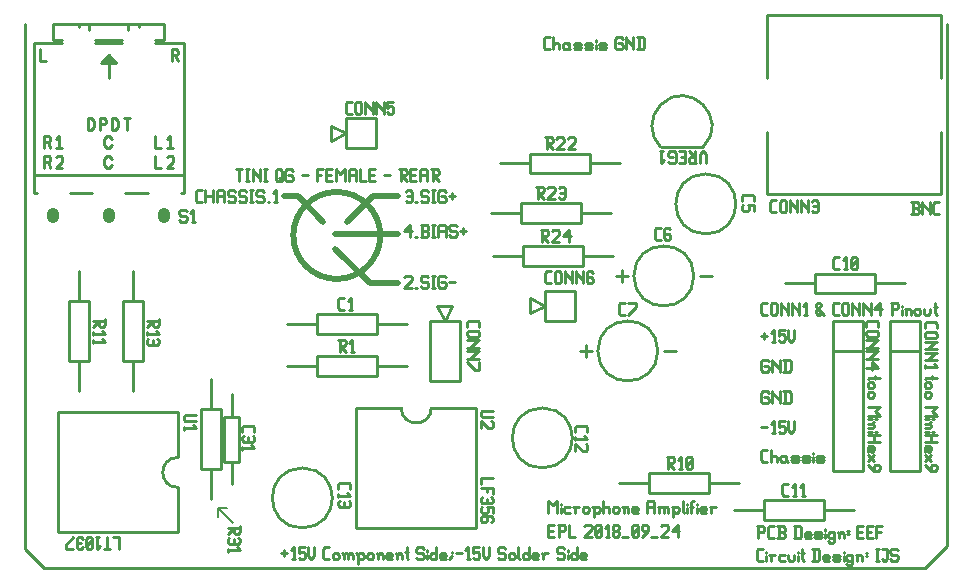
<source format=gto>
G04 start of page 2 for group 1 layer_idx 4 *
G04 Title: (unknown), top_silk *
G04 Creator: pcb-rnd 2.2.0 *
G04 CreationDate: 2020-02-24 19:44:40 UTC *
G04 For:  *
G04 Format: Gerber/RS-274X *
G04 PCB-Dimensions: 316500 593500 *
G04 PCB-Coordinate-Origin: lower left *
%MOIN*%
%FSLAX25Y25*%
%LNTOP_SILK_NONE_1*%
%ADD56C,0.0200*%
%ADD55C,0.0060*%
%ADD54C,0.0400*%
%ADD53C,0.0100*%
%ADD52C,0.0110*%
G54D52*X4000Y587500D02*Y412500D01*
G54D53*X7000Y581000D02*Y531000D01*
X15000Y458000D02*Y418000D01*
X40000Y505000D02*Y495000D01*
X36700D02*Y475000D01*
Y495000D02*X43300D01*
X22000Y505000D02*Y495000D01*
X25300D02*Y475000D01*
X40000D02*Y465000D01*
X43300Y495000D02*Y475000D01*
X36700D02*X43300D01*
X22000D02*Y465000D01*
X15000Y458000D02*X55000D01*
X15000Y418000D02*X55000D01*
Y458000D02*Y443000D01*
Y433000D02*Y418000D01*
X18700Y475000D02*X25300D01*
X18700Y495000D02*Y475000D01*
Y495000D02*X25300D01*
G54D54*X50500Y524000D02*Y523000D01*
X13500Y524000D02*Y523000D01*
X32000Y524000D02*Y523000D01*
G54D53*X57000Y531000D02*Y581000D01*
X25500Y585500D02*Y587500D01*
X22000Y586500D02*Y587500D01*
X7000Y581000D02*X16500D01*
Y582000D02*X13500D01*
Y587500D01*
X42000Y586500D02*Y587500D01*
X27500Y581000D02*X36500D01*
Y582000D02*X27500D01*
X38500Y585500D02*Y587500D01*
X57000Y581000D02*X47500D01*
X50500Y587500D02*Y582000D01*
X47500D01*
X13500Y587500D02*X50500D01*
X32000Y577000D02*Y569500D01*
X9000Y579000D02*Y575000D01*
X11000D01*
X25000Y556000D02*Y552000D01*
X27000Y555000D02*X26000Y556000D01*
X25000D01*
Y552000D02*X26000D01*
X27000Y553000D01*
Y555000D01*
X12000Y550000D02*X12500Y549500D01*
Y548500D01*
X12000Y548000D01*
Y547500D02*X12500Y546000D01*
X10500Y550000D02*Y546000D01*
Y550000D02*X12000D01*
X14500Y546000D02*X16500D01*
X15500D02*Y550000D01*
X14500Y549000D01*
X12000Y548000D02*X11000D01*
X10500Y543500D02*X12000D01*
X12500Y543000D01*
Y542000D01*
X16500Y543000D02*Y541500D01*
X14500Y543000D02*X15000Y543500D01*
X16000D02*X16500Y543000D01*
X15000Y543500D02*X16000D01*
X12500Y542000D02*X12000Y541500D01*
X11000D01*
X12000Y541000D02*X12500Y539500D01*
X10500Y543500D02*Y539500D01*
X14500D02*X16500D01*
Y541500D02*X14500Y539500D01*
X29000Y552000D02*Y556000D01*
X30500D01*
X31000Y555500D01*
X35000Y555000D02*X34000Y556000D01*
X33000D01*
Y552000D01*
X34000D01*
X35000Y553000D01*
Y555000D01*
X37000Y556000D02*X39000D01*
X38000D02*Y552000D01*
X30500Y549000D02*Y547000D01*
X31500Y546000D01*
X32000D02*X33000Y547000D01*
X31500Y546000D02*X32000D01*
X31500Y550000D02*X30500Y549000D01*
X32000Y550000D02*X31500D01*
X33000Y549000D02*X32000Y550000D01*
X52000Y543500D02*X53000D01*
X51500Y543000D02*X52000Y543500D01*
X53000D02*X53500Y543000D01*
Y541500D01*
X47500Y539500D02*X49500D01*
X53500Y541500D02*X51500Y539500D01*
X53500D01*
X47500Y543500D02*Y539500D01*
X30500Y542500D02*Y540500D01*
X31500Y539500D01*
X32000D02*X33000Y540500D01*
X31500Y539500D02*X32000D01*
X33000Y542500D02*X32000Y543500D01*
X31500D02*X30500Y542500D01*
X32000Y543500D02*X31500D01*
X47500Y550000D02*Y546000D01*
X49500D01*
X51500D02*X53500D01*
X52500D02*Y550000D01*
X51500Y549000D01*
X31000Y555500D02*Y554500D01*
X30500Y554000D01*
X29500D01*
X32000Y577000D02*X29500Y574500D01*
X34500D02*X32000Y577000D01*
Y576000D02*X33500Y574500D01*
X30500D02*X32000Y576000D01*
X53000Y579000D02*Y575000D01*
Y579000D02*X54500D01*
Y576500D02*X55000Y575000D01*
X54500Y579000D02*X55000Y578500D01*
Y577500D01*
X54500Y577000D01*
X53500D01*
X29500Y574500D02*X34500D01*
X8000Y531000D02*X7000D01*
X57000D02*X56000D01*
X19000D02*X26500D01*
X37500D02*X45000D01*
X7000Y537000D02*X57000D01*
X70500Y456500D02*Y441500D01*
X73000D02*Y434000D01*
Y464000D02*Y456500D01*
X66000Y469000D02*Y459000D01*
X69300D02*Y439000D01*
G54D52*X4000Y412500D02*X10500Y406000D01*
G54D55*X73450Y421050D02*X68500Y426000D01*
X71328D01*
G54D53*X66000Y439000D02*Y429000D01*
X69300Y439000D02*X62700D01*
Y459000D02*Y439000D01*
X69300Y459000D02*X62700D01*
G54D56*X103500Y521500D02*X95000Y530000D01*
X90500D01*
G54D53*X169500Y524500D02*X159500D01*
X199500D02*X189500D01*
Y527800D02*X169500D01*
X189500D02*Y521200D01*
X169500D01*
Y527800D02*Y521200D01*
X205000Y503500D02*X201000D01*
X177500Y498500D02*X187500D01*
X203000Y505500D02*Y501500D01*
X233000Y503500D02*X229000D01*
X170000Y510200D02*X160000D01*
X200000D02*X190000D01*
Y513500D02*X170000D01*
X190000D02*Y506900D01*
X170000D01*
Y513500D02*Y506900D01*
G54D56*X120000Y530000D02*X128500D01*
G54D53*X111000Y556000D02*Y546000D01*
Y556000D02*X121000D01*
Y546000D02*X111000D01*
X121000D02*Y556000D01*
G54D56*X107500Y517500D02*X128500D01*
X111500Y521500D02*X120000Y530000D01*
X107500Y512500D02*X119000Y501000D01*
X128500D01*
G54D53*X111000Y551000D02*X106000Y553500D01*
X111000Y551000D02*X106000Y548500D01*
Y553500D02*Y548500D01*
X101500Y473500D02*X91500D01*
X131500D02*X121500D01*
Y476800D02*X101500D01*
X121500Y470200D02*Y476800D01*
Y470200D02*X101500D01*
Y476800D01*
X114500Y459500D02*X129500D01*
X139500D02*X154500D01*
X149000Y488500D02*Y468500D01*
X139000D02*Y488500D01*
Y468500D02*X149000D01*
X177500Y498500D02*Y488500D01*
X101500Y487500D02*X91500D01*
X131500D02*X121500D01*
Y490800D02*X101500D01*
X121500Y484200D02*Y490800D01*
Y484200D02*X101500D01*
Y490800D01*
X187500Y488500D02*X177500D01*
X149000D02*X139000D01*
X187500D02*Y498500D01*
X177500Y493500D02*X172500Y496000D01*
X177500Y493500D02*X172500Y491000D01*
Y496000D02*Y491000D01*
X144000Y488500D02*X146500Y493500D01*
X144000Y488500D02*X141500Y493500D01*
X146500D02*X141500D01*
X162500Y541000D02*X172500D01*
Y544300D02*X192500D01*
Y537700D01*
X172500D01*
Y544300D01*
X216000Y546500D02*X230000D01*
X192500Y541000D02*X202500D01*
X251500Y530650D02*X309500D01*
X251500D02*Y551500D01*
X257500Y501000D02*X267500D01*
X302500Y478500D02*Y488500D01*
X292500D01*
X283500Y478500D02*Y488500D01*
X273500D01*
X302500Y438500D02*Y488500D01*
X292500Y438500D02*X302500D01*
X292500Y488500D02*Y438500D01*
X283500D02*Y488500D01*
X273500Y438500D02*X283500D01*
X273500Y488500D02*Y438500D01*
X287500Y501000D02*X297500D01*
X267500Y504300D02*X287500D01*
Y497700D01*
X267500D01*
Y504300D01*
X212000Y437800D02*Y431200D01*
X232000D01*
Y437800D02*Y431200D01*
X212000Y437800D02*X232000D01*
Y434500D02*X242000D01*
X202000D02*X212000D01*
X292500Y478500D02*X302500D01*
X273500D02*X283500D01*
X193000D02*X189000D01*
X191000Y480500D02*Y476500D01*
X221000Y478500D02*X217000D01*
X240500Y425500D02*X250500D01*
Y422200D02*X270500D01*
X250500Y428800D02*Y422200D01*
X270500Y425500D02*X280500D01*
X270500Y428800D02*Y422200D01*
X250500Y428800D02*X270500D01*
G54D55*X68500Y426000D02*Y423172D01*
G54D53*X75500Y456500D02*X70500D01*
X75500Y441500D02*X70500D01*
X75500Y456500D02*Y441500D01*
X114500Y459500D02*Y419500D01*
X154500D01*
Y459500D01*
G54D52*X10500Y406000D02*X304000D01*
X311500Y413500D01*
Y587500D01*
G54D53*X309500Y530650D02*Y551500D01*
Y590350D02*X251500D01*
Y569500D01*
X309500Y590350D02*Y569500D01*
Y589516D03*
G54D56*X122500Y517000D02*G75*G03X108000Y531500I-14500J0D01*G01*
Y502500D02*G75*G03X122500Y517000I0J14500D01*G01*
X93500D02*G75*G02X108000Y531500I14500J0D01*G01*
Y502500D02*G75*G02X93500Y517000I0J14500D01*G01*
G54D53*X129500Y459500D02*G75*G03X139500Y459500I5000J0D01*G01*
X230071Y546429D02*G75*G03X215929Y560571I-7071J7071D01*G01*
X215929Y560571D02*G75*G03X215929Y546429I7071J-7071D01*G01*
X195000Y478500D02*G75*G03X215000Y478500I10000J0D01*G01*
G75*G03X195000Y478500I-10000J0D01*G01*
X207000Y503500D02*G75*G03X227000Y503500I10000J0D01*G01*
G75*G03X207000Y503500I-10000J0D01*G01*
X231000Y537500D02*G75*G03X231000Y517500I0J-10000D01*G01*
G75*G03X231000Y537500I0J10000D01*G01*
X176500Y459500D02*G75*G03X176500Y439500I0J-10000D01*G01*
G75*G03X176500Y459500I0J10000D01*G01*
X96500Y439500D02*G75*G03X96500Y419500I0J-10000D01*G01*
G75*G03X96500Y439500I0J10000D01*G01*
X55000Y443000D02*G75*G03X55000Y433000I0J-5000D01*G01*
X35500Y412490D02*Y416450D01*
X33520D01*
X32332Y412490D02*X30352D01*
X31342D02*Y416450D01*
X28669D02*X27679D01*
X28174Y412490D02*Y416450D01*
X29164Y413480D02*X28174Y412490D01*
X26491Y415955D02*X25996Y416450D01*
X26491Y412985D02*Y415955D01*
Y412985D02*X25996Y412490D01*
X25006D01*
X24511Y412985D01*
Y415955D01*
X25006Y416450D02*X24511Y415955D01*
X25996Y416450D02*X25006D01*
X26491Y415460D02*X24511Y413480D01*
X23323Y412985D02*X22828Y412490D01*
X21838D01*
X21343Y412985D01*
Y415955D01*
X21838Y416450D02*X21343Y415955D01*
X22828Y416450D02*X21838D01*
X23323Y415955D02*X22828Y416450D01*
Y414470D02*X21343D01*
X20155Y416450D02*X17680Y413975D01*
Y412490D02*Y413975D01*
X20155Y412490D02*X17680D01*
X48700Y489000D02*Y487000D01*
X48200Y486500D01*
X47200D01*
X46700Y487000D02*X47200Y486500D01*
X46700Y488500D02*Y487000D01*
X48700Y488500D02*X44700D01*
X46700D02*X44700Y486500D01*
Y484800D02*Y483800D01*
X48700Y484300D02*X44700D01*
X47700Y485300D02*X48700Y484300D01*
X48200Y482600D02*X48700Y482100D01*
Y481100D01*
X48200Y480600D01*
X45200D01*
X44700Y481100D02*X45200Y480600D01*
X44700Y482100D02*Y481100D01*
X45200Y482600D02*X44700Y482100D01*
X46700D02*Y480600D01*
X30700Y489000D02*Y487000D01*
X30200Y486500D01*
X29200D01*
X28700Y487000D02*X29200Y486500D01*
X28700Y488500D02*Y487000D01*
X30700Y488500D02*X26700D01*
X28700D02*X26700Y486500D01*
Y484800D02*Y483800D01*
X30700Y484300D02*X26700D01*
X29700Y485300D02*X30700Y484300D01*
X26700Y482100D02*Y481100D01*
X30700Y481600D02*X26700D01*
X29700Y482600D02*X30700Y481600D01*
X61000Y457000D02*X57500D01*
X57000Y456500D01*
Y455500D01*
X57500Y455000D01*
X61000D02*X57500D01*
X57000Y453300D02*Y452300D01*
X61000Y452800D02*X57000D01*
X60000Y453800D02*X61000Y452800D01*
X76500Y453000D02*Y451500D01*
X77000Y453500D02*X76500Y453000D01*
X80000Y453500D02*X77000D01*
X80000D02*X80500Y453000D01*
Y451500D01*
X80000Y450300D02*X80500Y449800D01*
Y448800D01*
X80000Y448300D01*
X77000D01*
X76500Y448800D02*X77000Y448300D01*
X76500Y449800D02*Y448800D01*
X77000Y450300D02*X76500Y449800D01*
X78500D02*Y448300D01*
X76500Y446600D02*Y445600D01*
X80500Y446100D02*X76500D01*
X79500Y447100D02*X80500Y446100D01*
X75700Y420000D02*Y418000D01*
X75200Y417500D01*
X74200D01*
X73700Y418000D02*X74200Y417500D01*
X73700Y419500D02*Y418000D01*
X75700Y419500D02*X71700D01*
X73700D02*X71700Y417500D01*
X75200Y416300D02*X75700Y415800D01*
Y414800D01*
X75200Y414300D01*
X72200D01*
X71700Y414800D02*X72200Y414300D01*
X71700Y415800D02*Y414800D01*
X72200Y416300D02*X71700Y415800D01*
X73700D02*Y414300D01*
X71700Y412600D02*Y411600D01*
X75700Y412100D02*X71700D01*
X74700Y413100D02*X75700Y412100D01*
X160010Y436000D02*X156050D01*
Y434020D01*
X160010Y432832D02*X156050D01*
X160010D02*Y430852D01*
X158030Y432832D02*Y431347D01*
X159515Y429664D02*X160010Y429169D01*
Y428179D01*
X159515Y427684D01*
X156545D01*
X156050Y428179D02*X156545Y427684D01*
X156050Y429169D02*Y428179D01*
X156545Y429664D02*X156050Y429169D01*
X158030D02*Y427684D01*
X160010Y426496D02*Y424516D01*
Y426496D02*X158030D01*
X158525Y426001D01*
Y425011D01*
X158030Y424516D01*
X156545D01*
X156050Y425011D02*X156545Y424516D01*
X156050Y426001D02*Y425011D01*
X156545Y426496D02*X156050Y426001D01*
X160010Y421843D02*X159515Y421348D01*
X160010Y422833D02*Y421843D01*
X159515Y423328D02*X160010Y422833D01*
X159515Y423328D02*X156545D01*
X156050Y422833D01*
X158030Y421843D02*X157535Y421348D01*
X158030Y423328D02*Y421843D01*
X156050Y422833D02*Y421843D01*
X156545Y421348D01*
X157535D02*X156545D01*
X151500Y488000D02*Y486500D01*
X152000Y488500D02*X151500Y488000D01*
X155000Y488500D02*X152000D01*
X155000D02*X155500Y488000D01*
Y486500D01*
X155000Y485300D02*X152000D01*
X155000D02*X155500Y484800D01*
Y483800D01*
X155000Y483300D01*
X152000D01*
X151500Y483800D02*X152000Y483300D01*
X151500Y484800D02*Y483800D01*
X152000Y485300D02*X151500Y484800D01*
X155500Y482100D02*X151500D01*
X155500D02*X155000D01*
X152500Y479600D01*
X155500D02*X151500D01*
X155500Y478400D02*X151500D01*
X155500D02*X155000D01*
X152500Y475900D01*
X155500D02*X151500D01*
Y474700D02*X154000Y472200D01*
X155500D02*X154000D01*
X155500Y474700D02*Y472200D01*
X250000Y490500D02*X251500D01*
X249500Y491000D02*X250000Y490500D01*
X249500Y494000D02*Y491000D01*
Y494000D02*X250000Y494500D01*
X251500D01*
X252700Y494000D02*Y491000D01*
Y494000D02*X253200Y494500D01*
X254200D01*
X254700Y494000D01*
Y491000D01*
X254200Y490500D02*X254700Y491000D01*
X253200Y490500D02*X254200D01*
X252700Y491000D02*X253200Y490500D01*
X255900Y494500D02*Y490500D01*
Y494500D02*Y494000D01*
X258400Y491500D01*
Y494500D02*Y490500D01*
X259600Y494500D02*Y490500D01*
Y494500D02*Y494000D01*
X262100Y491500D01*
Y494500D02*Y490500D01*
X263800D02*X264800D01*
X264300Y494500D02*Y490500D01*
X263300Y493500D02*X264300Y494500D01*
X267800Y491000D02*X268300Y490500D01*
X267800Y494000D02*Y493000D01*
Y494000D02*X268300Y494500D01*
X267800Y492000D02*X269300Y493500D01*
X268300Y490500D02*X268800D01*
X269800Y491500D01*
X267800Y493000D02*X270300Y490500D01*
X268300Y494500D02*X268800D01*
X269300Y494000D01*
Y493500D01*
X267800Y492000D02*Y491000D01*
X273800Y490500D02*X275300D01*
X273300Y491000D02*X273800Y490500D01*
X273300Y494000D02*Y491000D01*
Y494000D02*X273800Y494500D01*
X275300D01*
X276500Y494000D02*Y491000D01*
Y494000D02*X277000Y494500D01*
X278000D01*
X278500Y494000D01*
Y491000D01*
X278000Y490500D02*X278500Y491000D01*
X277000Y490500D02*X278000D01*
X276500Y491000D02*X277000Y490500D01*
X279700Y494500D02*Y490500D01*
Y494500D02*Y494000D01*
X282200Y491500D01*
Y494500D02*Y490500D01*
X283400Y494500D02*Y490500D01*
Y494500D02*Y494000D01*
X285900Y491500D01*
Y494500D02*Y490500D01*
X287100Y492500D02*X289100Y494500D01*
X287100Y492500D02*X289600D01*
X289100Y494500D02*Y490500D01*
X293100Y494500D02*Y490500D01*
X292600Y494500D02*X294600D01*
X295100Y494000D01*
Y493000D01*
X294600Y492500D02*X295100Y493000D01*
X293100Y492500D02*X294600D01*
X296300Y493500D02*Y493000D01*
Y492000D02*Y490500D01*
X297800Y492000D02*Y490500D01*
Y492000D02*X298300Y492500D01*
X298800D01*
X299300Y492000D01*
Y490500D01*
X297300Y492500D02*X297800Y492000D01*
X300500D02*Y491000D01*
Y492000D02*X301000Y492500D01*
X302000D01*
X302500Y492000D01*
Y491000D01*
X302000Y490500D02*X302500Y491000D01*
X301000Y490500D02*X302000D01*
X300500Y491000D02*X301000Y490500D01*
X303700Y492500D02*Y491000D01*
X304200Y490500D01*
X305200D01*
X305700Y491000D01*
Y492500D02*Y491000D01*
X307400Y494500D02*Y491000D01*
X307900Y490500D01*
X306900Y493000D02*X307900D01*
X249500Y483530D02*X251480D01*
X250490Y484520D02*Y482540D01*
X253163Y481550D02*X254153D01*
X253658Y485510D02*Y481550D01*
X252668Y484520D02*X253658Y485510D01*
X255341D02*X257321D01*
X255341D02*Y483530D01*
X255836Y484025D01*
X256826D01*
X257321Y483530D01*
Y482045D01*
X256826Y481550D02*X257321Y482045D01*
X255836Y481550D02*X256826D01*
X255341Y482045D02*X255836Y481550D01*
X258509Y485510D02*Y482540D01*
X259499Y481550D01*
X260489Y482540D01*
Y485510D02*Y482540D01*
X251480Y475510D02*X251975Y475015D01*
X249995Y475510D02*X251480D01*
X249500Y475015D02*X249995Y475510D01*
X249500Y475015D02*Y472045D01*
X249995Y471550D01*
X251480D01*
X251975Y472045D01*
Y473035D02*Y472045D01*
X251480Y473530D02*X251975Y473035D01*
X250490Y473530D02*X251480D01*
X253163Y475510D02*Y471550D01*
Y475510D02*Y475015D01*
X255638Y472540D01*
Y475510D02*Y471550D01*
X257321Y475510D02*Y471550D01*
X258806Y475510D02*X259301Y475015D01*
Y472045D01*
X258806Y471550D02*X259301Y472045D01*
X256826Y471550D02*X258806D01*
X256826Y475510D02*X258806D01*
X251480Y465010D02*X251975Y464515D01*
X249995Y465010D02*X251480D01*
X249500Y464515D02*X249995Y465010D01*
X249500Y464515D02*Y461545D01*
X249995Y461050D01*
X251480D01*
X251975Y461545D01*
Y462535D02*Y461545D01*
X251480Y463030D02*X251975Y462535D01*
X250490Y463030D02*X251480D01*
X253163Y465010D02*Y461050D01*
Y465010D02*Y464515D01*
X255638Y462040D01*
Y465010D02*Y461050D01*
X257321Y465010D02*Y461050D01*
X258806Y465010D02*X259301Y464515D01*
Y461545D01*
X258806Y461050D02*X259301Y461545D01*
X256826Y461050D02*X258806D01*
X256826Y465010D02*X258806D01*
X284500Y488000D02*Y486500D01*
X285000Y488500D02*X284500Y488000D01*
X288000Y488500D02*X285000D01*
X288000D02*X288500Y488000D01*
Y486500D01*
X288000Y485300D02*X285000D01*
X288000D02*X288500Y484800D01*
Y483800D01*
X288000Y483300D01*
X285000D01*
X284500Y483800D02*X285000Y483300D01*
X284500Y484800D02*Y483800D01*
X285000Y485300D02*X284500Y484800D01*
X288500Y482100D02*X284500D01*
X288500D02*X288000D01*
X285500Y479600D01*
X288500D02*X284500D01*
X288500Y478400D02*X284500D01*
X288500D02*X288000D01*
X285500Y475900D01*
X288500D02*X284500D01*
X286500Y474700D02*X288500Y472700D01*
X286500Y474700D02*Y472200D01*
X288500Y472700D02*X284500D01*
X299500Y524050D02*X301480D01*
X301975Y524545D01*
Y525535D02*Y524545D01*
X301480Y526030D02*X301975Y525535D01*
X299995Y526030D02*X301480D01*
X299995Y528010D02*Y524050D01*
X299500Y528010D02*X301480D01*
X301975Y527515D01*
Y526525D01*
X301480Y526030D02*X301975Y526525D01*
X303163Y528010D02*Y524050D01*
Y528010D02*Y527515D01*
X305638Y525040D01*
Y528010D02*Y524050D01*
X307321D02*X308806D01*
X306826Y524545D02*X307321Y524050D01*
X306826Y527515D02*Y524545D01*
Y527515D02*X307321Y528010D01*
X308806D01*
X308010Y469505D02*X304545D01*
X304050Y469010D01*
X306525Y470000D02*Y469010D01*
X305535Y468020D02*X304545D01*
X305535D02*X306030Y467525D01*
Y466535D01*
X305535Y466040D01*
X304545D01*
X304050Y466535D02*X304545Y466040D01*
X304050Y467525D02*Y466535D01*
X304545Y468020D02*X304050Y467525D01*
X305535Y464852D02*X304545D01*
X305535D02*X306030Y464357D01*
Y463367D01*
X305535Y462872D01*
X304545D01*
X304050Y463367D02*X304545Y462872D01*
X304050Y464357D02*Y463367D01*
X304545Y464852D02*X304050Y464357D01*
X308010Y459902D02*X304050D01*
X308010D02*X306525Y458417D01*
X308010Y456932D01*
X304050D01*
X307020Y455744D02*X306525D01*
X305535D02*X304050D01*
X305535Y454259D02*X304050D01*
X305535D02*X306030Y453764D01*
Y453269D01*
X305535Y452774D01*
X304050D01*
X306030Y454754D02*X305535Y454259D01*
X307020Y451586D02*X306525D01*
X305535D02*X304050D01*
X308010Y450596D02*X304050D01*
X308010Y448121D02*X304050D01*
X306030Y450596D02*Y448121D01*
X304050Y446438D02*Y444953D01*
X304545Y446933D02*X304050Y446438D01*
X305535Y446933D02*X304545D01*
X305535D02*X306030Y446438D01*
Y445448D01*
X305535Y444953D01*
X305040Y446933D02*Y444953D01*
X305535D01*
X306030Y443765D02*X304050Y441785D01*
Y443765D02*X306030Y441785D01*
X304050Y440597D02*X306030Y438617D01*
X307515D02*X306030D01*
X308010Y439112D02*X307515Y438617D01*
X308010Y440102D02*Y439112D01*
X307515Y440597D02*X308010Y440102D01*
X307515Y440597D02*X306525D01*
X306030Y440102D01*
Y438617D01*
X289010Y469505D02*X285545D01*
X285050Y469010D01*
X287525Y470000D02*Y469010D01*
X286535Y468020D02*X285545D01*
X286535D02*X287030Y467525D01*
Y466535D01*
X286535Y466040D01*
X285545D01*
X285050Y466535D02*X285545Y466040D01*
X285050Y467525D02*Y466535D01*
X285545Y468020D02*X285050Y467525D01*
X286535Y464852D02*X285545D01*
X286535D02*X287030Y464357D01*
Y463367D01*
X286535Y462872D01*
X285545D01*
X285050Y463367D02*X285545Y462872D01*
X285050Y464357D02*Y463367D01*
X285545Y464852D02*X285050Y464357D01*
X289010Y459902D02*X285050D01*
X289010D02*X287525Y458417D01*
X289010Y456932D01*
X285050D01*
X288020Y455744D02*X287525D01*
X286535D02*X285050D01*
X286535Y454259D02*X285050D01*
X286535D02*X287030Y453764D01*
Y453269D01*
X286535Y452774D01*
X285050D01*
X287030Y454754D02*X286535Y454259D01*
X288020Y451586D02*X287525D01*
X286535D02*X285050D01*
X289010Y450596D02*X285050D01*
X289010Y448121D02*X285050D01*
X287030Y450596D02*Y448121D01*
X285050Y446438D02*Y444953D01*
X285545Y446933D02*X285050Y446438D01*
X286535Y446933D02*X285545D01*
X286535D02*X287030Y446438D01*
Y445448D01*
X286535Y444953D01*
X286040Y446933D02*Y444953D01*
X286535D01*
X287030Y443765D02*X285050Y441785D01*
Y443765D02*X287030Y441785D01*
X285050Y440597D02*X287030Y438617D01*
X288515D02*X287030D01*
X289010Y439112D02*X288515Y438617D01*
X289010Y440102D02*Y439112D01*
X288515Y440597D02*X289010Y440102D01*
X288515Y440597D02*X287525D01*
X287030Y440102D01*
Y438617D01*
X304000Y487500D02*Y486000D01*
X304500Y488000D02*X304000Y487500D01*
X307500Y488000D02*X304500D01*
X307500D02*X308000Y487500D01*
Y486000D01*
X307500Y484800D02*X304500D01*
X307500D02*X308000Y484300D01*
Y483300D01*
X307500Y482800D01*
X304500D01*
X304000Y483300D02*X304500Y482800D01*
X304000Y484300D02*Y483300D01*
X304500Y484800D02*X304000Y484300D01*
X308000Y481600D02*X304000D01*
X308000D02*X307500D01*
X305000Y479100D01*
X308000D02*X304000D01*
X308000Y477900D02*X304000D01*
X308000D02*X307500D01*
X305000Y475400D01*
X308000D02*X304000D01*
Y473700D02*Y472700D01*
X308000Y473200D02*X304000D01*
X307000Y474200D02*X308000Y473200D01*
X249995Y441550D02*X251480D01*
X249500Y442045D02*X249995Y441550D01*
X249500Y445015D02*Y442045D01*
Y445015D02*X249995Y445510D01*
X251480D01*
X252668D02*Y441550D01*
Y443035D02*X253163Y443530D01*
X254153D01*
X254648Y443035D01*
Y441550D01*
X257321Y443530D02*X257816Y443035D01*
X256331Y443530D02*X257321D01*
X255836Y443035D02*X256331Y443530D01*
X255836Y443035D02*Y442045D01*
X256331Y441550D01*
X257816Y443530D02*Y442045D01*
X258311Y441550D01*
X256331D02*X257321D01*
X257816Y442045D01*
X259994Y441550D02*X261479D01*
X261974Y442045D01*
X261479Y442540D02*X261974Y442045D01*
X259994Y442540D02*X261479D01*
X259499Y443035D02*X259994Y442540D01*
X259499Y443035D02*X259994Y443530D01*
X261479D01*
X261974Y443035D01*
X259499Y442045D02*X259994Y441550D01*
X263657D02*X265142D01*
X265637Y442045D01*
X265142Y442540D02*X265637Y442045D01*
X263657Y442540D02*X265142D01*
X263162Y443035D02*X263657Y442540D01*
X263162Y443035D02*X263657Y443530D01*
X265142D01*
X265637Y443035D01*
X263162Y442045D02*X263657Y441550D01*
X266825Y444520D02*Y444025D01*
Y443035D02*Y441550D01*
X268310D02*X269795D01*
X270290Y442045D01*
X269795Y442540D02*X270290Y442045D01*
X268310Y442540D02*X269795D01*
X267815Y443035D02*X268310Y442540D01*
X267815Y443035D02*X268310Y443530D01*
X269795D01*
X270290Y443035D01*
X267815Y442045D02*X268310Y441550D01*
X249500Y453030D02*X251480D01*
X253163Y451050D02*X254153D01*
X253658Y455010D02*Y451050D01*
X252668Y454020D02*X253658Y455010D01*
X255341D02*X257321D01*
X255341D02*Y453030D01*
X255836Y453525D01*
X256826D01*
X257321Y453030D01*
Y451545D01*
X256826Y451050D02*X257321Y451545D01*
X255836Y451050D02*X256826D01*
X255341Y451545D02*X255836Y451050D01*
X258509Y455010D02*Y452040D01*
X259499Y451050D01*
X260489Y452040D01*
Y455010D02*Y452040D01*
X274000Y505700D02*X275500D01*
X273500Y506200D02*X274000Y505700D01*
X273500Y509200D02*Y506200D01*
Y509200D02*X274000Y509700D01*
X275500D01*
X277200Y505700D02*X278200D01*
X277700Y509700D02*Y505700D01*
X276700Y508700D02*X277700Y509700D01*
X279400Y506200D02*X279900Y505700D01*
X279400Y509200D02*Y506200D01*
Y509200D02*X279900Y509700D01*
X280900D01*
X281400Y509200D01*
Y506200D01*
X280900Y505700D02*X281400Y506200D01*
X279900Y505700D02*X280900D01*
X279400Y506700D02*X281400Y508700D01*
X257000Y430200D02*X258500D01*
X256500Y430700D02*X257000Y430200D01*
X256500Y433700D02*Y430700D01*
Y433700D02*X257000Y434200D01*
X258500D01*
X260200Y430200D02*X261200D01*
X260700Y434200D02*Y430200D01*
X259700Y433200D02*X260700Y434200D01*
X262900Y430200D02*X263900D01*
X263400Y434200D02*Y430200D01*
X262400Y433200D02*X263400Y434200D01*
X178500Y428510D02*Y424550D01*
Y428510D02*X179985Y427025D01*
X181470Y428510D01*
Y424550D01*
X182658Y427520D02*Y427025D01*
Y426035D02*Y424550D01*
X184143Y426530D02*X185628D01*
X183648Y426035D02*X184143Y426530D01*
X183648Y426035D02*Y425045D01*
X184143Y424550D01*
X185628D01*
X187311Y426035D02*Y424550D01*
Y426035D02*X187806Y426530D01*
X188796D01*
X186816D02*X187311Y426035D01*
X189984D02*Y425045D01*
Y426035D02*X190479Y426530D01*
X191469D01*
X191964Y426035D01*
Y425045D01*
X191469Y424550D02*X191964Y425045D01*
X190479Y424550D02*X191469D01*
X189984Y425045D02*X190479Y424550D01*
X193647Y426035D02*Y423065D01*
X193152Y426530D02*X193647Y426035D01*
X194142Y426530D01*
X195132D01*
X195627Y426035D01*
Y425045D01*
X195132Y424550D02*X195627Y425045D01*
X194142Y424550D02*X195132D01*
X193647Y425045D02*X194142Y424550D01*
X196815Y428510D02*Y424550D01*
Y426035D02*X197310Y426530D01*
X198300D01*
X198795Y426035D01*
Y424550D01*
X199983Y426035D02*Y425045D01*
Y426035D02*X200478Y426530D01*
X201468D01*
X201963Y426035D01*
Y425045D01*
X201468Y424550D02*X201963Y425045D01*
X200478Y424550D02*X201468D01*
X199983Y425045D02*X200478Y424550D01*
X203646Y426035D02*Y424550D01*
Y426035D02*X204141Y426530D01*
X204636D01*
X205131Y426035D01*
Y424550D01*
X203151Y426530D02*X203646Y426035D01*
X206814Y424550D02*X208299D01*
X206319Y425045D02*X206814Y424550D01*
X206319Y426035D02*Y425045D01*
Y426035D02*X206814Y426530D01*
X207804D01*
X208299Y426035D01*
X206319Y425540D02*X208299D01*
Y426035D01*
X211269Y428015D02*Y424550D01*
Y428015D02*X211764Y428510D01*
X213249D01*
X213744Y428015D01*
Y424550D01*
X211269Y426530D02*X213744D01*
X215427Y426035D02*Y424550D01*
Y426035D02*X215922Y426530D01*
X216417D01*
X216912Y426035D01*
Y424550D01*
Y426035D02*X217407Y426530D01*
X217902D01*
X218397Y426035D01*
Y424550D01*
X214932Y426530D02*X215427Y426035D01*
X220080D02*Y423065D01*
X219585Y426530D02*X220080Y426035D01*
X220575Y426530D01*
X221565D01*
X222060Y426035D01*
Y425045D01*
X221565Y424550D02*X222060Y425045D01*
X220575Y424550D02*X221565D01*
X220080Y425045D02*X220575Y424550D01*
X223248Y428510D02*Y425045D01*
X223743Y424550D01*
X224733Y427520D02*Y427025D01*
Y426035D02*Y424550D01*
X226218Y428015D02*Y424550D01*
Y428015D02*X226713Y428510D01*
X227208D01*
X225723Y426530D02*X226713D01*
X228198Y427520D02*Y427025D01*
Y426035D02*Y424550D01*
X229683D02*X231168D01*
X229188Y425045D02*X229683Y424550D01*
X229188Y426035D02*Y425045D01*
Y426035D02*X229683Y426530D01*
X230673D01*
X231168Y426035D01*
X229188Y425540D02*X231168D01*
Y426035D01*
X232851D02*Y424550D01*
Y426035D02*X233346Y426530D01*
X234336D01*
X232356D02*X232851Y426035D01*
X253037Y524690D02*X254537D01*
X252537Y525190D02*X253037Y524690D01*
X252537Y528190D02*Y525190D01*
Y528190D02*X253037Y528690D01*
X254537D01*
X255737Y528190D02*Y525190D01*
Y528190D02*X256237Y528690D01*
X257237D01*
X257737Y528190D01*
Y525190D01*
X257237Y524690D02*X257737Y525190D01*
X256237Y524690D02*X257237D01*
X255737Y525190D02*X256237Y524690D01*
X258937Y528690D02*Y524690D01*
Y528690D02*Y528190D01*
X261437Y525690D01*
Y528690D02*Y524690D01*
X262637Y528690D02*Y524690D01*
Y528690D02*Y528190D01*
X265137Y525690D01*
Y528690D02*Y524690D01*
X266337Y528190D02*X266837Y528690D01*
X267837D01*
X268337Y528190D01*
Y525190D01*
X267837Y524690D02*X268337Y525190D01*
X266837Y524690D02*X267837D01*
X266337Y525190D02*X266837Y524690D01*
Y526690D02*X268337D01*
X176000Y518900D02*X178000D01*
X178500Y518400D01*
Y517400D01*
X178000Y516900D02*X178500Y517400D01*
X176500Y516900D02*X178000D01*
X176500Y518900D02*Y514900D01*
Y516900D02*X178500Y514900D01*
X179700Y518400D02*X180200Y518900D01*
X181700D01*
X182200Y518400D01*
Y517400D01*
X179700Y514900D02*X182200Y517400D01*
X179700Y514900D02*X182200D01*
X183400Y516900D02*X185400Y518900D01*
X183400Y516900D02*X185900D01*
X185400Y518900D02*Y514900D01*
X178000Y501000D02*X179500D01*
X177500Y501500D02*X178000Y501000D01*
X177500Y504500D02*Y501500D01*
Y504500D02*X178000Y505000D01*
X179500D01*
X180700Y504500D02*Y501500D01*
Y504500D02*X181200Y505000D01*
X182200D01*
X182700Y504500D01*
Y501500D01*
X182200Y501000D02*X182700Y501500D01*
X181200Y501000D02*X182200D01*
X180700Y501500D02*X181200Y501000D01*
X183900Y505000D02*Y501000D01*
Y505000D02*Y504500D01*
X186400Y502000D01*
Y505000D02*Y501000D01*
X187600Y505000D02*Y501000D01*
Y505000D02*Y504500D01*
X190100Y502000D01*
Y505000D02*Y501000D01*
X192800Y505000D02*X193300Y504500D01*
X191800Y505000D02*X192800D01*
X191300Y504500D02*X191800Y505000D01*
X191300Y504500D02*Y501500D01*
X191800Y501000D01*
X192800Y503000D02*X193300Y502500D01*
X191300Y503000D02*X192800D01*
X191800Y501000D02*X192800D01*
X193300Y501500D01*
Y502500D02*Y501500D01*
X243000Y530000D02*Y528500D01*
X243500Y530500D02*X243000Y530000D01*
X246500Y530500D02*X243500D01*
X246500D02*X247000Y530000D01*
Y528500D01*
Y527300D02*Y525300D01*
Y527300D02*X245000D01*
X245500Y526800D01*
Y525800D01*
X245000Y525300D01*
X243500D01*
X243000Y525800D02*X243500Y525300D01*
X243000Y526800D02*Y525800D01*
X243500Y527300D02*X243000Y526800D01*
X218000Y443200D02*X220000D01*
X220500Y442700D01*
Y441700D01*
X220000Y441200D02*X220500Y441700D01*
X218500Y441200D02*X220000D01*
X218500Y443200D02*Y439200D01*
Y441200D02*X220500Y439200D01*
X222200D02*X223200D01*
X222700Y443200D02*Y439200D01*
X221700Y442200D02*X222700Y443200D01*
X224400Y439700D02*X224900Y439200D01*
X224400Y442700D02*Y439700D01*
Y442700D02*X224900Y443200D01*
X225900D01*
X226400Y442700D01*
Y439700D01*
X225900Y439200D02*X226400Y439700D01*
X224900Y439200D02*X225900D01*
X224400Y440200D02*X226400Y442200D01*
X202500Y490500D02*X204000D01*
X202000Y491000D02*X202500Y490500D01*
X202000Y494000D02*Y491000D01*
Y494000D02*X202500Y494500D01*
X204000D01*
X205200Y490500D02*X207700Y493000D01*
Y494500D02*Y493000D01*
X205200Y494500D02*X207700D01*
X214500Y515500D02*X216000D01*
X214000Y516000D02*X214500Y515500D01*
X214000Y519000D02*Y516000D01*
Y519000D02*X214500Y519500D01*
X216000D01*
X218700D02*X219200Y519000D01*
X217700Y519500D02*X218700D01*
X217200Y519000D02*X217700Y519500D01*
X217200Y519000D02*Y516000D01*
X217700Y515500D01*
X218700Y517500D02*X219200Y517000D01*
X217200Y517500D02*X218700D01*
X217700Y515500D02*X218700D01*
X219200Y516000D01*
Y517000D02*Y516000D01*
X160000Y458500D02*X156500D01*
X156000Y458000D01*
Y457000D01*
X156500Y456500D01*
X160000D02*X156500D01*
X159500Y455300D02*X160000Y454800D01*
Y453300D01*
X159500Y452800D01*
X158500D01*
X156000Y455300D02*X158500Y452800D01*
X156000Y455300D02*Y452800D01*
X187500Y453000D02*Y451500D01*
X188000Y453500D02*X187500Y453000D01*
X191000Y453500D02*X188000D01*
X191000D02*X191500Y453000D01*
Y451500D01*
X187500Y449800D02*Y448800D01*
X191500Y449300D02*X187500D01*
X190500Y450300D02*X191500Y449300D01*
X191000Y447600D02*X191500Y447100D01*
Y445600D01*
X191000Y445100D01*
X190000D01*
X187500Y447600D02*X190000Y445100D01*
X187500Y447600D02*Y445100D01*
X178500Y418500D02*X180000D01*
X178500Y416500D02*X180500D01*
X178500Y420500D02*Y416500D01*
Y420500D02*X180500D01*
X182200D02*Y416500D01*
X181700Y420500D02*X183700D01*
X184200Y420000D01*
Y419000D01*
X183700Y418500D02*X184200Y419000D01*
X182200Y418500D02*X183700D01*
X185400Y420500D02*Y416500D01*
X187400D01*
X190400Y420000D02*X190900Y420500D01*
X192400D01*
X192900Y420000D01*
Y419000D01*
X190400Y416500D02*X192900Y419000D01*
X190400Y416500D02*X192900D01*
X194100Y417000D02*X194600Y416500D01*
X194100Y420000D02*Y417000D01*
Y420000D02*X194600Y420500D01*
X195600D01*
X196100Y420000D01*
Y417000D01*
X195600Y416500D02*X196100Y417000D01*
X194600Y416500D02*X195600D01*
X194100Y417500D02*X196100Y419500D01*
X197800Y416500D02*X198800D01*
X198300Y420500D02*Y416500D01*
X197300Y419500D02*X198300Y420500D01*
X200000Y417000D02*X200500Y416500D01*
X200000Y418000D02*Y417000D01*
Y418000D02*X200500Y418500D01*
X201500D01*
X202000Y418000D01*
Y417000D01*
X201500Y416500D02*X202000Y417000D01*
X200500Y416500D02*X201500D01*
X200000Y419000D02*X200500Y418500D01*
X200000Y420000D02*Y419000D01*
Y420000D02*X200500Y420500D01*
X201500D01*
X202000Y420000D01*
Y419000D01*
X201500Y418500D02*X202000Y419000D01*
X203200Y416500D02*X205200D01*
X206400Y417000D02*X206900Y416500D01*
X206400Y420000D02*Y417000D01*
Y420000D02*X206900Y420500D01*
X207900D01*
X208400Y420000D01*
Y417000D01*
X207900Y416500D02*X208400Y417000D01*
X206900Y416500D02*X207900D01*
X206400Y417500D02*X208400Y419500D01*
X209600Y416500D02*X211600Y418500D01*
Y420000D02*Y418500D01*
X211100Y420500D02*X211600Y420000D01*
X210100Y420500D02*X211100D01*
X209600Y420000D02*X210100Y420500D01*
X209600Y420000D02*Y419000D01*
X210100Y418500D01*
X211600D01*
X212800Y416500D02*X214800D01*
X216000Y420000D02*X216500Y420500D01*
X218000D01*
X218500Y420000D01*
Y419000D01*
X216000Y416500D02*X218500Y419000D01*
X216000Y416500D02*X218500D01*
X219700Y418500D02*X221700Y420500D01*
X219700Y418500D02*X222200D01*
X221700Y420500D02*Y416500D01*
X108500Y434000D02*Y432500D01*
X109000Y434500D02*X108500Y434000D01*
X112000Y434500D02*X109000D01*
X112000D02*X112500Y434000D01*
Y432500D01*
X108500Y430800D02*Y429800D01*
X112500Y430300D02*X108500D01*
X111500Y431300D02*X112500Y430300D01*
X112000Y428600D02*X112500Y428100D01*
Y427100D01*
X112000Y426600D01*
X109000D01*
X108500Y427100D02*X109000Y426600D01*
X108500Y428100D02*Y427100D01*
X109000Y428600D02*X108500Y428100D01*
X110500D02*Y426600D01*
X74500Y539000D02*X76500D01*
X75500D02*Y535000D01*
X77700Y539000D02*X78700D01*
X78200D02*Y535000D01*
X77700D02*X78700D01*
X79900Y539000D02*Y535000D01*
Y539000D02*Y538500D01*
X82400Y536000D01*
Y539000D02*Y535000D01*
X83600Y539000D02*X84600D01*
X84100D02*Y535000D01*
X83600D02*X84600D01*
X87600Y538500D02*Y535500D01*
Y538500D02*X88100Y539000D01*
X89100D01*
X89600Y538500D01*
Y535500D01*
X89100Y535000D02*X89600Y535500D01*
X88100Y535000D02*X89100D01*
X87600Y535500D02*X88100Y535000D01*
X88600Y536000D02*X89600Y535000D01*
X92800Y539000D02*X93300Y538500D01*
X91300Y539000D02*X92800D01*
X90800Y538500D02*X91300Y539000D01*
X90800Y538500D02*Y535500D01*
X91300Y535000D01*
X92800D01*
X93300Y535500D01*
Y536500D02*Y535500D01*
X92800Y537000D02*X93300Y536500D01*
X91800Y537000D02*X92800D01*
X96300D02*X98300D01*
X101300Y539000D02*Y535000D01*
Y539000D02*X103300D01*
X101300Y537000D02*X102800D01*
X104500D02*X106000D01*
X104500Y535000D02*X106500D01*
X104500Y539000D02*Y535000D01*
Y539000D02*X106500D01*
X107700D02*Y535000D01*
Y539000D02*X109200Y537500D01*
X110700Y539000D01*
Y535000D01*
X111900Y538500D02*Y535000D01*
Y538500D02*X112400Y539000D01*
X113900D01*
X114400Y538500D01*
Y535000D01*
X111900Y537000D02*X114400D01*
X115600Y539000D02*Y535000D01*
X117600D01*
X118800Y537000D02*X120300D01*
X118800Y535000D02*X120800D01*
X118800Y539000D02*Y535000D01*
Y539000D02*X120800D01*
X123800Y537000D02*X125800D01*
X128800Y539000D02*X130800D01*
X131300Y538500D01*
Y537500D01*
X130800Y537000D02*X131300Y537500D01*
X129300Y537000D02*X130800D01*
X129300Y539000D02*Y535000D01*
Y537000D02*X131300Y535000D01*
X132500Y537000D02*X134000D01*
X132500Y535000D02*X134500D01*
X132500Y539000D02*Y535000D01*
Y539000D02*X134500D01*
X135700Y538500D02*Y535000D01*
Y538500D02*X136200Y539000D01*
X137700D01*
X138200Y538500D01*
Y535000D01*
X135700Y537000D02*X138200D01*
X139400Y539000D02*X141400D01*
X141900Y538500D01*
Y537500D01*
X141400Y537000D02*X141900Y537500D01*
X139900Y537000D02*X141400D01*
X139900Y539000D02*Y535000D01*
Y537000D02*X141900Y535000D01*
X61500Y528000D02*X63000D01*
X61000Y528500D02*X61500Y528000D01*
X61000Y531500D02*Y528500D01*
Y531500D02*X61500Y532000D01*
X63000D01*
X64200D02*Y528000D01*
X66700Y532000D02*Y528000D01*
X64200Y530000D02*X66700D01*
X67900Y531500D02*Y528000D01*
Y531500D02*X68400Y532000D01*
X69900D01*
X70400Y531500D01*
Y528000D01*
X67900Y530000D02*X70400D01*
X73600Y532000D02*X74100Y531500D01*
X72100Y532000D02*X73600D01*
X71600Y531500D02*X72100Y532000D01*
X71600Y531500D02*Y530500D01*
X72100Y530000D01*
X73600D01*
X74100Y529500D01*
Y528500D01*
X73600Y528000D02*X74100Y528500D01*
X72100Y528000D02*X73600D01*
X71600Y528500D02*X72100Y528000D01*
X77300Y532000D02*X77800Y531500D01*
X75800Y532000D02*X77300D01*
X75300Y531500D02*X75800Y532000D01*
X75300Y531500D02*Y530500D01*
X75800Y530000D01*
X77300D01*
X77800Y529500D01*
Y528500D01*
X77300Y528000D02*X77800Y528500D01*
X75800Y528000D02*X77300D01*
X75300Y528500D02*X75800Y528000D01*
X79000Y532000D02*X80000D01*
X79500D02*Y528000D01*
X79000D02*X80000D01*
X83200Y532000D02*X83700Y531500D01*
X81700Y532000D02*X83200D01*
X81200Y531500D02*X81700Y532000D01*
X81200Y531500D02*Y530500D01*
X81700Y530000D01*
X83200D01*
X83700Y529500D01*
Y528500D01*
X83200Y528000D02*X83700Y528500D01*
X81700Y528000D02*X83200D01*
X81200Y528500D02*X81700Y528000D01*
X84900D02*X85400D01*
X87100D02*X88100D01*
X87600Y532000D02*Y528000D01*
X86600Y531000D02*X87600Y532000D01*
X57500Y525500D02*X58000Y525000D01*
X56000Y525500D02*X57500D01*
X55500Y525000D02*X56000Y525500D01*
X55500Y525000D02*Y524000D01*
X56000Y523500D01*
X57500D01*
X58000Y523000D01*
Y522000D01*
X57500Y521500D02*X58000Y522000D01*
X56000Y521500D02*X57500D01*
X55500Y522000D02*X56000Y521500D01*
X59700D02*X60700D01*
X60200Y525500D02*Y521500D01*
X59200Y524500D02*X60200Y525500D01*
X177495Y579050D02*X178980D01*
X177000Y579545D02*X177495Y579050D01*
X177000Y582515D02*Y579545D01*
Y582515D02*X177495Y583010D01*
X178980D01*
X180168D02*Y579050D01*
Y580535D02*X180663Y581030D01*
X181653D01*
X182148Y580535D01*
Y579050D01*
X184821Y581030D02*X185316Y580535D01*
X183831Y581030D02*X184821D01*
X183336Y580535D02*X183831Y581030D01*
X183336Y580535D02*Y579545D01*
X183831Y579050D01*
X185316Y581030D02*Y579545D01*
X185811Y579050D01*
X183831D02*X184821D01*
X185316Y579545D01*
X187494Y579050D02*X188979D01*
X189474Y579545D01*
X188979Y580040D02*X189474Y579545D01*
X187494Y580040D02*X188979D01*
X186999Y580535D02*X187494Y580040D01*
X186999Y580535D02*X187494Y581030D01*
X188979D01*
X189474Y580535D01*
X186999Y579545D02*X187494Y579050D01*
X191157D02*X192642D01*
X193137Y579545D01*
X192642Y580040D02*X193137Y579545D01*
X191157Y580040D02*X192642D01*
X190662Y580535D02*X191157Y580040D01*
X190662Y580535D02*X191157Y581030D01*
X192642D01*
X193137Y580535D01*
X190662Y579545D02*X191157Y579050D01*
X194325Y582020D02*Y581525D01*
Y580535D02*Y579050D01*
X195810D02*X197295D01*
X197790Y579545D01*
X197295Y580040D02*X197790Y579545D01*
X195810Y580040D02*X197295D01*
X195315Y580535D02*X195810Y580040D01*
X195315Y580535D02*X195810Y581030D01*
X197295D01*
X197790Y580535D01*
X195315Y579545D02*X195810Y579050D01*
X202740Y583010D02*X203235Y582515D01*
X201255Y583010D02*X202740D01*
X200760Y582515D02*X201255Y583010D01*
X200760Y582515D02*Y579545D01*
X201255Y579050D01*
X202740D01*
X203235Y579545D01*
Y580535D02*Y579545D01*
X202740Y581030D02*X203235Y580535D01*
X201750Y581030D02*X202740D01*
X204423Y583010D02*Y579050D01*
Y583010D02*Y582515D01*
X206898Y580040D01*
Y583010D02*Y579050D01*
X208581Y583010D02*Y579050D01*
X210066Y583010D02*X210561Y582515D01*
Y579545D01*
X210066Y579050D02*X210561Y579545D01*
X208086Y579050D02*X210066D01*
X208086Y583010D02*X210066D01*
X130500Y518500D02*X132500Y520500D01*
X130500Y518500D02*X133000D01*
X132500Y520500D02*Y516500D01*
X134200D02*X134700D01*
X135900D02*X137900D01*
X138400Y517000D01*
Y518000D02*Y517000D01*
X137900Y518500D02*X138400Y518000D01*
X136400Y518500D02*X137900D01*
X136400Y520500D02*Y516500D01*
X135900Y520500D02*X137900D01*
X138400Y520000D01*
Y519000D01*
X137900Y518500D02*X138400Y519000D01*
X139600Y520500D02*X140600D01*
X140100D02*Y516500D01*
X139600D02*X140600D01*
X141800Y520000D02*Y516500D01*
Y520000D02*X142300Y520500D01*
X143800D01*
X144300Y520000D01*
Y516500D01*
X141800Y518500D02*X144300D01*
X147500Y520500D02*X148000Y520000D01*
X146000Y520500D02*X147500D01*
X145500Y520000D02*X146000Y520500D01*
X145500Y520000D02*Y519000D01*
X146000Y518500D01*
X147500D01*
X148000Y518000D01*
Y517000D01*
X147500Y516500D02*X148000Y517000D01*
X146000Y516500D02*X147500D01*
X145500Y517000D02*X146000Y516500D01*
X149200Y518500D02*X151200D01*
X150200Y519500D02*Y517500D01*
X131000Y531500D02*X131500Y532000D01*
X132500D01*
X133000Y531500D01*
Y528500D01*
X132500Y528000D02*X133000Y528500D01*
X131500Y528000D02*X132500D01*
X131000Y528500D02*X131500Y528000D01*
Y530000D02*X133000D01*
X134200Y528000D02*X134700D01*
X137900Y532000D02*X138400Y531500D01*
X136400Y532000D02*X137900D01*
X135900Y531500D02*X136400Y532000D01*
X135900Y531500D02*Y530500D01*
X136400Y530000D01*
X137900D01*
X138400Y529500D01*
Y528500D01*
X137900Y528000D02*X138400Y528500D01*
X136400Y528000D02*X137900D01*
X135900Y528500D02*X136400Y528000D01*
X139600Y532000D02*X140600D01*
X140100D02*Y528000D01*
X139600D02*X140600D01*
X143800Y532000D02*X144300Y531500D01*
X142300Y532000D02*X143800D01*
X141800Y531500D02*X142300Y532000D01*
X141800Y531500D02*Y528500D01*
X142300Y528000D01*
X143800D01*
X144300Y528500D01*
Y529500D02*Y528500D01*
X143800Y530000D02*X144300Y529500D01*
X142800Y530000D02*X143800D01*
X145500D02*X147500D01*
X146500Y531000D02*Y529000D01*
X130500Y503000D02*X131000Y503500D01*
X132500D01*
X133000Y503000D01*
Y502000D01*
X130500Y499500D02*X133000Y502000D01*
X130500Y499500D02*X133000D01*
X134200D02*X134700D01*
X137900Y503500D02*X138400Y503000D01*
X136400Y503500D02*X137900D01*
X135900Y503000D02*X136400Y503500D01*
X135900Y503000D02*Y502000D01*
X136400Y501500D01*
X137900D01*
X138400Y501000D01*
Y500000D01*
X137900Y499500D02*X138400Y500000D01*
X136400Y499500D02*X137900D01*
X135900Y500000D02*X136400Y499500D01*
X139600Y503500D02*X140600D01*
X140100D02*Y499500D01*
X139600D02*X140600D01*
X143800Y503500D02*X144300Y503000D01*
X142300Y503500D02*X143800D01*
X141800Y503000D02*X142300Y503500D01*
X141800Y503000D02*Y500000D01*
X142300Y499500D01*
X143800D01*
X144300Y500000D01*
Y501000D02*Y500000D01*
X143800Y501500D02*X144300Y501000D01*
X142800Y501500D02*X143800D01*
X145500D02*X147500D01*
X177500Y549700D02*X179500D01*
X180000Y549200D01*
Y548200D01*
X179500Y547700D02*X180000Y548200D01*
X178000Y547700D02*X179500D01*
X178000Y549700D02*Y545700D01*
Y547700D02*X180000Y545700D01*
X181200Y549200D02*X181700Y549700D01*
X183200D01*
X183700Y549200D01*
Y548200D01*
X181200Y545700D02*X183700Y548200D01*
X181200Y545700D02*X183700D01*
X184900Y549200D02*X185400Y549700D01*
X186900D01*
X187400Y549200D01*
Y548200D01*
X184900Y545700D02*X187400Y548200D01*
X184900Y545700D02*X187400D01*
X174500Y533200D02*X176500D01*
X177000Y532700D01*
Y531700D01*
X176500Y531200D02*X177000Y531700D01*
X175000Y531200D02*X176500D01*
X175000Y533200D02*Y529200D01*
Y531200D02*X177000Y529200D01*
X178200Y532700D02*X178700Y533200D01*
X180200D01*
X180700Y532700D01*
Y531700D01*
X178200Y529200D02*X180700Y531700D01*
X178200Y529200D02*X180700D01*
X181900Y532700D02*X182400Y533200D01*
X183400D01*
X183900Y532700D01*
Y529700D01*
X183400Y529200D02*X183900Y529700D01*
X182400Y529200D02*X183400D01*
X181900Y529700D02*X182400Y529200D01*
Y531200D02*X183900D01*
X231000Y541000D02*Y544000D01*
X230000Y545000D01*
X229000Y544000D01*
Y541000D02*Y544000D01*
X227800Y541000D02*X225800D01*
X225300Y541500D01*
Y542500D01*
X225800Y543000D02*X225300Y542500D01*
X227300Y543000D02*X225800D01*
X227300Y541000D02*Y545000D01*
Y543000D02*X225300Y545000D01*
X224100Y543000D02*X222600D01*
X224100Y545000D02*X222100D01*
X224100Y541000D02*Y545000D01*
Y541000D02*X222100D01*
X218900D02*X218400Y541500D01*
X220400Y541000D02*X218900D01*
X220900Y541500D02*X220400Y541000D01*
X220900Y541500D02*Y544500D01*
X220400Y545000D01*
X218900D01*
X218400Y544500D01*
Y543500D02*Y544500D01*
X218900Y543000D02*X218400Y543500D01*
X219900Y543000D02*X218900D01*
X216700Y545000D02*X215700D01*
X216200Y541000D02*Y545000D01*
X217200Y542000D02*X216200Y541000D01*
X111500Y557500D02*X113000D01*
X111000Y558000D02*X111500Y557500D01*
X111000Y561000D02*Y558000D01*
Y561000D02*X111500Y561500D01*
X113000D01*
X114200Y561000D02*Y558000D01*
Y561000D02*X114700Y561500D01*
X115700D01*
X116200Y561000D01*
Y558000D01*
X115700Y557500D02*X116200Y558000D01*
X114700Y557500D02*X115700D01*
X114200Y558000D02*X114700Y557500D01*
X117400Y561500D02*Y557500D01*
Y561500D02*Y561000D01*
X119900Y558500D01*
Y561500D02*Y557500D01*
X121100Y561500D02*Y557500D01*
Y561500D02*Y561000D01*
X123600Y558500D01*
Y561500D02*Y557500D01*
X124800Y561500D02*X126800D01*
X124800D02*Y559500D01*
X125300Y560000D01*
X126300D01*
X126800Y559500D01*
Y558000D01*
X126300Y557500D02*X126800Y558000D01*
X125300Y557500D02*X126300D01*
X124800Y558000D02*X125300Y557500D01*
X109000Y492200D02*X110500D01*
X108500Y492700D02*X109000Y492200D01*
X108500Y495700D02*Y492700D01*
Y495700D02*X109000Y496200D01*
X110500D01*
X112200Y492200D02*X113200D01*
X112700Y496200D02*Y492200D01*
X111700Y495200D02*X112700Y496200D01*
X108500Y482200D02*X110500D01*
X111000Y481700D01*
Y480700D01*
X110500Y480200D02*X111000Y480700D01*
X109000Y480200D02*X110500D01*
X109000Y482200D02*Y478200D01*
Y480200D02*X111000Y478200D01*
X112700D02*X113700D01*
X113200Y482200D02*Y478200D01*
X112200Y481200D02*X113200Y482200D01*
X89500Y411030D02*X91480D01*
X90490Y412020D02*Y410040D01*
X93163Y409050D02*X94153D01*
X93658Y413010D02*Y409050D01*
X92668Y412020D02*X93658Y413010D01*
X95341D02*X97321D01*
X95341D02*Y411030D01*
X95836Y411525D01*
X96826D01*
X97321Y411030D01*
Y409545D01*
X96826Y409050D02*X97321Y409545D01*
X95836Y409050D02*X96826D01*
X95341Y409545D02*X95836Y409050D01*
X98509Y413010D02*Y410040D01*
X99499Y409050D01*
X100489Y410040D01*
Y413010D02*Y410040D01*
X103954Y409050D02*X105439D01*
X103459Y409545D02*X103954Y409050D01*
X103459Y412515D02*Y409545D01*
Y412515D02*X103954Y413010D01*
X105439D01*
X106627Y410535D02*Y409545D01*
Y410535D02*X107122Y411030D01*
X108112D01*
X108607Y410535D01*
Y409545D01*
X108112Y409050D02*X108607Y409545D01*
X107122Y409050D02*X108112D01*
X106627Y409545D02*X107122Y409050D01*
X110290Y410535D02*Y409050D01*
Y410535D02*X110785Y411030D01*
X111280D01*
X111775Y410535D01*
Y409050D01*
Y410535D02*X112270Y411030D01*
X112765D01*
X113260Y410535D01*
Y409050D01*
X109795Y411030D02*X110290Y410535D01*
X114943D02*Y407565D01*
X114448Y411030D02*X114943Y410535D01*
X115438Y411030D01*
X116428D01*
X116923Y410535D01*
Y409545D01*
X116428Y409050D02*X116923Y409545D01*
X115438Y409050D02*X116428D01*
X114943Y409545D02*X115438Y409050D01*
X118111Y410535D02*Y409545D01*
Y410535D02*X118606Y411030D01*
X119596D01*
X120091Y410535D01*
Y409545D01*
X119596Y409050D02*X120091Y409545D01*
X118606Y409050D02*X119596D01*
X118111Y409545D02*X118606Y409050D01*
X121774Y410535D02*Y409050D01*
Y410535D02*X122269Y411030D01*
X122764D01*
X123259Y410535D01*
Y409050D01*
X121279Y411030D02*X121774Y410535D01*
X124942Y409050D02*X126427D01*
X124447Y409545D02*X124942Y409050D01*
X124447Y410535D02*Y409545D01*
Y410535D02*X124942Y411030D01*
X125932D01*
X126427Y410535D01*
X124447Y410040D02*X126427D01*
Y410535D01*
X128110D02*Y409050D01*
Y410535D02*X128605Y411030D01*
X129100D01*
X129595Y410535D01*
Y409050D01*
X127615Y411030D02*X128110Y410535D01*
X131278Y413010D02*Y409545D01*
X131773Y409050D01*
X130783Y411525D02*X131773D01*
X136525Y413010D02*X137020Y412515D01*
X135040Y413010D02*X136525D01*
X134545Y412515D02*X135040Y413010D01*
X134545Y412515D02*Y411525D01*
X135040Y411030D01*
X136525D01*
X137020Y410535D01*
Y409545D01*
X136525Y409050D02*X137020Y409545D01*
X135040Y409050D02*X136525D01*
X134545Y409545D02*X135040Y409050D01*
X138208Y412020D02*Y411525D01*
Y410535D02*Y409050D01*
X141178Y413010D02*Y409050D01*
X140683D02*X141178Y409545D01*
X139693Y409050D02*X140683D01*
X139198Y409545D02*X139693Y409050D01*
X139198Y410535D02*Y409545D01*
Y410535D02*X139693Y411030D01*
X140683D01*
X141178Y410535D01*
X142861Y409050D02*X144346D01*
X142366Y409545D02*X142861Y409050D01*
X142366Y410535D02*Y409545D01*
Y410535D02*X142861Y411030D01*
X143851D01*
X144346Y410535D01*
X142366Y410040D02*X144346D01*
Y410535D01*
X145534Y409050D02*X146524Y410040D01*
Y411525D02*Y411030D01*
X147712D02*X149692D01*
X151375Y409050D02*X152365D01*
X151870Y413010D02*Y409050D01*
X150880Y412020D02*X151870Y413010D01*
X153553D02*X155533D01*
X153553D02*Y411030D01*
X154048Y411525D01*
X155038D01*
X155533Y411030D01*
Y409545D01*
X155038Y409050D02*X155533Y409545D01*
X154048Y409050D02*X155038D01*
X153553Y409545D02*X154048Y409050D01*
X156721Y413010D02*Y410040D01*
X157711Y409050D01*
X158701Y410040D01*
Y413010D02*Y410040D01*
X163651Y413010D02*X164146Y412515D01*
X162166Y413010D02*X163651D01*
X161671Y412515D02*X162166Y413010D01*
X161671Y412515D02*Y411525D01*
X162166Y411030D01*
X163651D01*
X164146Y410535D01*
Y409545D01*
X163651Y409050D02*X164146Y409545D01*
X162166Y409050D02*X163651D01*
X161671Y409545D02*X162166Y409050D01*
X165334Y410535D02*Y409545D01*
Y410535D02*X165829Y411030D01*
X166819D01*
X167314Y410535D01*
Y409545D01*
X166819Y409050D02*X167314Y409545D01*
X165829Y409050D02*X166819D01*
X165334Y409545D02*X165829Y409050D01*
X168502Y413010D02*Y409545D01*
X168997Y409050D01*
X171967Y413010D02*Y409050D01*
X171472D02*X171967Y409545D01*
X170482Y409050D02*X171472D01*
X169987Y409545D02*X170482Y409050D01*
X169987Y410535D02*Y409545D01*
Y410535D02*X170482Y411030D01*
X171472D01*
X171967Y410535D01*
X173650Y409050D02*X175135D01*
X173155Y409545D02*X173650Y409050D01*
X173155Y410535D02*Y409545D01*
Y410535D02*X173650Y411030D01*
X174640D01*
X175135Y410535D01*
X173155Y410040D02*X175135D01*
Y410535D01*
X176818D02*Y409050D01*
Y410535D02*X177313Y411030D01*
X178303D01*
X176323D02*X176818Y410535D01*
X183253Y413010D02*X183748Y412515D01*
X181768Y413010D02*X183253D01*
X181273Y412515D02*X181768Y413010D01*
X181273Y412515D02*Y411525D01*
X181768Y411030D01*
X183253D01*
X183748Y410535D01*
Y409545D01*
X183253Y409050D02*X183748Y409545D01*
X181768Y409050D02*X183253D01*
X181273Y409545D02*X181768Y409050D01*
X184936Y412020D02*Y411525D01*
Y410535D02*Y409050D01*
X187906Y413010D02*Y409050D01*
X187411D02*X187906Y409545D01*
X186421Y409050D02*X187411D01*
X185926Y409545D02*X186421Y409050D01*
X185926Y410535D02*Y409545D01*
Y410535D02*X186421Y411030D01*
X187411D01*
X187906Y410535D01*
X189589Y409050D02*X191074D01*
X189094Y409545D02*X189589Y409050D01*
X189094Y410535D02*Y409545D01*
Y410535D02*X189589Y411030D01*
X190579D01*
X191074Y410535D01*
X189094Y410040D02*X191074D01*
Y410535D01*
X248495Y408550D02*X249980D01*
X248000Y409045D02*X248495Y408550D01*
X248000Y412015D02*Y409045D01*
Y412015D02*X248495Y412510D01*
X249980D01*
X251168Y411520D02*Y411025D01*
Y410035D02*Y408550D01*
X252653Y410035D02*Y408550D01*
Y410035D02*X253148Y410530D01*
X254138D01*
X252158D02*X252653Y410035D01*
X255821Y410530D02*X257306D01*
X255326Y410035D02*X255821Y410530D01*
X255326Y410035D02*Y409045D01*
X255821Y408550D01*
X257306D01*
X258494Y410530D02*Y409045D01*
X258989Y408550D01*
X259979D01*
X260474Y409045D01*
Y410530D02*Y409045D01*
X261662Y411520D02*Y411025D01*
Y410035D02*Y408550D01*
X263147Y412510D02*Y409045D01*
X263642Y408550D01*
X262652Y411025D02*X263642D01*
X266909Y412510D02*Y408550D01*
X268394Y412510D02*X268889Y412015D01*
Y409045D01*
X268394Y408550D02*X268889Y409045D01*
X266414Y408550D02*X268394D01*
X266414Y412510D02*X268394D01*
X270572Y408550D02*X272057D01*
X270077Y409045D02*X270572Y408550D01*
X270077Y410035D02*Y409045D01*
Y410035D02*X270572Y410530D01*
X271562D01*
X272057Y410035D01*
X270077Y409540D02*X272057D01*
Y410035D01*
X273740Y408550D02*X275225D01*
X275720Y409045D01*
X275225Y409540D02*X275720Y409045D01*
X273740Y409540D02*X275225D01*
X273245Y410035D02*X273740Y409540D01*
X273245Y410035D02*X273740Y410530D01*
X275225D01*
X275720Y410035D01*
X273245Y409045D02*X273740Y408550D01*
X276908Y411520D02*Y411025D01*
Y410035D02*Y408550D01*
X279383Y410530D02*X279878Y410035D01*
X278393Y410530D02*X279383D01*
X277898Y410035D02*X278393Y410530D01*
X277898Y410035D02*Y409045D01*
X278393Y408550D01*
X279383D01*
X279878Y409045D01*
X277898Y407560D02*X278393Y407065D01*
X279383D01*
X279878Y407560D01*
Y410530D02*Y407560D01*
X281561Y410035D02*Y408550D01*
Y410035D02*X282056Y410530D01*
X282551D01*
X283046Y410035D01*
Y408550D01*
X281066Y410530D02*X281561Y410035D01*
X284234Y411025D02*X284729D01*
X284234Y410035D02*X284729D01*
X287699Y412510D02*X288689D01*
X288194D02*Y408550D01*
X287699D02*X288689D01*
X289877Y412510D02*X291362D01*
Y409045D01*
X290867Y408550D02*X291362Y409045D01*
X290372Y408550D02*X290867D01*
X289877Y409045D02*X290372Y408550D01*
X294530Y412510D02*X295025Y412015D01*
X293045Y412510D02*X294530D01*
X292550Y412015D02*X293045Y412510D01*
X292550Y412015D02*Y411025D01*
X293045Y410530D01*
X294530D01*
X295025Y410035D01*
Y409045D01*
X294530Y408550D02*X295025Y409045D01*
X293045Y408550D02*X294530D01*
X292550Y409045D02*X293045Y408550D01*
X248495Y420010D02*Y416050D01*
X248000Y420010D02*X249980D01*
X250475Y419515D01*
Y418525D01*
X249980Y418030D02*X250475Y418525D01*
X248495Y418030D02*X249980D01*
X252158Y416050D02*X253643D01*
X251663Y416545D02*X252158Y416050D01*
X251663Y419515D02*Y416545D01*
Y419515D02*X252158Y420010D01*
X253643D01*
X254831Y416050D02*X256811D01*
X257306Y416545D01*
Y417535D02*Y416545D01*
X256811Y418030D02*X257306Y417535D01*
X255326Y418030D02*X256811D01*
X255326Y420010D02*Y416050D01*
X254831Y420010D02*X256811D01*
X257306Y419515D01*
Y418525D01*
X256811Y418030D02*X257306Y418525D01*
X260771Y420010D02*Y416050D01*
X262256Y420010D02*X262751Y419515D01*
Y416545D01*
X262256Y416050D02*X262751Y416545D01*
X260276Y416050D02*X262256D01*
X260276Y420010D02*X262256D01*
X264434Y416050D02*X265919D01*
X263939Y416545D02*X264434Y416050D01*
X263939Y417535D02*Y416545D01*
Y417535D02*X264434Y418030D01*
X265424D01*
X265919Y417535D01*
X263939Y417040D02*X265919D01*
Y417535D01*
X267602Y416050D02*X269087D01*
X269582Y416545D01*
X269087Y417040D02*X269582Y416545D01*
X267602Y417040D02*X269087D01*
X267107Y417535D02*X267602Y417040D01*
X267107Y417535D02*X267602Y418030D01*
X269087D01*
X269582Y417535D01*
X267107Y416545D02*X267602Y416050D01*
X270770Y419020D02*Y418525D01*
Y417535D02*Y416050D01*
X273245Y418030D02*X273740Y417535D01*
X272255Y418030D02*X273245D01*
X271760Y417535D02*X272255Y418030D01*
X271760Y417535D02*Y416545D01*
X272255Y416050D01*
X273245D01*
X273740Y416545D01*
X271760Y415060D02*X272255Y414565D01*
X273245D01*
X273740Y415060D01*
Y418030D02*Y415060D01*
X275423Y417535D02*Y416050D01*
Y417535D02*X275918Y418030D01*
X276413D01*
X276908Y417535D01*
Y416050D01*
X274928Y418030D02*X275423Y417535D01*
X278096Y418525D02*X278591D01*
X278096Y417535D02*X278591D01*
X281561Y418030D02*X283046D01*
X281561Y416050D02*X283541D01*
X281561Y420010D02*Y416050D01*
Y420010D02*X283541D01*
X284729Y418030D02*X286214D01*
X284729Y416050D02*X286709D01*
X284729Y420010D02*Y416050D01*
Y420010D02*X286709D01*
X287897D02*Y416050D01*
Y420010D02*X289877D01*
X287897Y418030D02*X289382D01*
M02*

</source>
